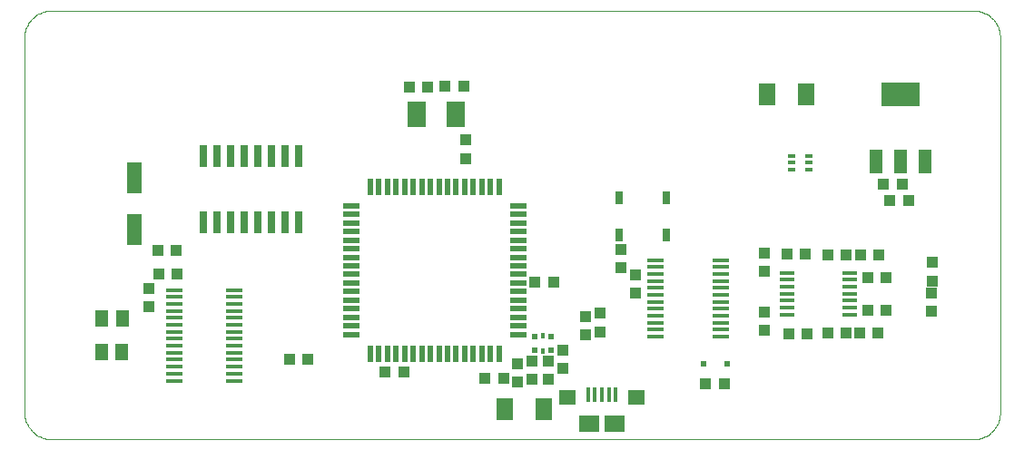
<source format=gtp>
G75*
G70*
%OFA0B0*%
%FSLAX24Y24*%
%IPPOS*%
%LPD*%
%AMOC8*
5,1,8,0,0,1.08239X$1,22.5*
%
%ADD10C,0.0000*%
%ADD11R,0.0591X0.0197*%
%ADD12R,0.0197X0.0591*%
%ADD13R,0.0644X0.0173*%
%ADD14R,0.0551X0.0157*%
%ADD15R,0.0394X0.0433*%
%ADD16R,0.0433X0.0394*%
%ADD17R,0.0669X0.0945*%
%ADD18R,0.0630X0.0551*%
%ADD19R,0.0157X0.0531*%
%ADD20R,0.0748X0.0630*%
%ADD21R,0.0157X0.0197*%
%ADD22R,0.0197X0.0197*%
%ADD23R,0.0591X0.0827*%
%ADD24R,0.0413X0.0425*%
%ADD25R,0.0425X0.0413*%
%ADD26R,0.0630X0.0118*%
%ADD27R,0.0512X0.0591*%
%ADD28R,0.0551X0.1181*%
%ADD29R,0.0260X0.0800*%
%ADD30R,0.0480X0.0880*%
%ADD31R,0.1417X0.0866*%
%ADD32R,0.0276X0.0118*%
%ADD33R,0.0315X0.0472*%
%ADD34R,0.0236X0.0236*%
D10*
X004097Y002109D02*
X004097Y015888D01*
X004099Y015950D01*
X004105Y016011D01*
X004114Y016072D01*
X004128Y016133D01*
X004145Y016192D01*
X004166Y016250D01*
X004191Y016307D01*
X004219Y016362D01*
X004250Y016415D01*
X004285Y016466D01*
X004323Y016515D01*
X004364Y016562D01*
X004407Y016605D01*
X004454Y016646D01*
X004503Y016684D01*
X004554Y016719D01*
X004607Y016750D01*
X004662Y016778D01*
X004719Y016803D01*
X004777Y016824D01*
X004836Y016841D01*
X004897Y016855D01*
X004958Y016864D01*
X005019Y016870D01*
X005081Y016872D01*
X005081Y016873D02*
X038940Y016873D01*
X038940Y016872D02*
X039002Y016870D01*
X039063Y016864D01*
X039124Y016855D01*
X039185Y016841D01*
X039244Y016824D01*
X039302Y016803D01*
X039359Y016778D01*
X039414Y016750D01*
X039467Y016719D01*
X039518Y016684D01*
X039567Y016646D01*
X039614Y016605D01*
X039657Y016562D01*
X039698Y016515D01*
X039736Y016466D01*
X039771Y016415D01*
X039802Y016362D01*
X039830Y016307D01*
X039855Y016250D01*
X039876Y016192D01*
X039893Y016133D01*
X039907Y016072D01*
X039916Y016011D01*
X039922Y015950D01*
X039924Y015888D01*
X039924Y002109D01*
X039922Y002047D01*
X039916Y001986D01*
X039907Y001925D01*
X039893Y001864D01*
X039876Y001805D01*
X039855Y001747D01*
X039830Y001690D01*
X039802Y001635D01*
X039771Y001582D01*
X039736Y001531D01*
X039698Y001482D01*
X039657Y001435D01*
X039614Y001392D01*
X039567Y001351D01*
X039518Y001313D01*
X039467Y001278D01*
X039414Y001247D01*
X039359Y001219D01*
X039302Y001194D01*
X039244Y001173D01*
X039185Y001156D01*
X039124Y001142D01*
X039063Y001133D01*
X039002Y001127D01*
X038940Y001125D01*
X005081Y001125D01*
X005019Y001127D01*
X004958Y001133D01*
X004897Y001142D01*
X004836Y001156D01*
X004777Y001173D01*
X004719Y001194D01*
X004662Y001219D01*
X004607Y001247D01*
X004554Y001278D01*
X004503Y001313D01*
X004454Y001351D01*
X004407Y001392D01*
X004364Y001435D01*
X004323Y001482D01*
X004285Y001531D01*
X004250Y001582D01*
X004219Y001635D01*
X004191Y001690D01*
X004166Y001747D01*
X004145Y001805D01*
X004128Y001864D01*
X004114Y001925D01*
X004105Y001986D01*
X004099Y002047D01*
X004097Y002109D01*
D11*
X016093Y004979D03*
X016093Y005294D03*
X016093Y005609D03*
X016093Y005924D03*
X016093Y006239D03*
X016093Y006554D03*
X016093Y006869D03*
X016093Y007184D03*
X016093Y007499D03*
X016093Y007814D03*
X016093Y008129D03*
X016093Y008443D03*
X016093Y008758D03*
X016093Y009073D03*
X016093Y009388D03*
X016093Y009703D03*
X022235Y009703D03*
X022235Y009388D03*
X022235Y009073D03*
X022235Y008758D03*
X022235Y008443D03*
X022235Y008129D03*
X022235Y007814D03*
X022235Y007499D03*
X022235Y007184D03*
X022235Y006869D03*
X022235Y006554D03*
X022235Y006239D03*
X022235Y005924D03*
X022235Y005609D03*
X022235Y005294D03*
X022235Y004979D03*
D12*
X021526Y004270D03*
X021211Y004270D03*
X020896Y004270D03*
X020581Y004270D03*
X020266Y004270D03*
X019951Y004270D03*
X019636Y004270D03*
X019321Y004270D03*
X019006Y004270D03*
X018691Y004270D03*
X018377Y004270D03*
X018062Y004270D03*
X017747Y004270D03*
X017432Y004270D03*
X017117Y004270D03*
X016802Y004270D03*
X016802Y010412D03*
X017117Y010412D03*
X017432Y010412D03*
X017747Y010412D03*
X018062Y010412D03*
X018377Y010412D03*
X018691Y010412D03*
X019006Y010412D03*
X019321Y010412D03*
X019636Y010412D03*
X019951Y010412D03*
X020266Y010412D03*
X020581Y010412D03*
X020896Y010412D03*
X021211Y010412D03*
X021526Y010412D03*
D13*
X027274Y007709D03*
X027274Y007453D03*
X027274Y007197D03*
X027274Y006941D03*
X027274Y006686D03*
X027274Y006430D03*
X027274Y006174D03*
X027274Y005918D03*
X027274Y005662D03*
X027274Y005406D03*
X027274Y005150D03*
X027274Y004894D03*
X029676Y004894D03*
X029676Y005150D03*
X029676Y005406D03*
X029676Y005662D03*
X029676Y005918D03*
X029676Y006174D03*
X029676Y006430D03*
X029676Y006686D03*
X029676Y006941D03*
X029676Y007197D03*
X029676Y007453D03*
X029676Y007709D03*
D14*
X032093Y007247D03*
X032093Y006991D03*
X032093Y006735D03*
X032093Y006479D03*
X032093Y006223D03*
X032093Y005967D03*
X032093Y005711D03*
X034416Y005711D03*
X034416Y005967D03*
X034416Y006223D03*
X034416Y006479D03*
X034416Y006735D03*
X034416Y006991D03*
X034416Y007247D03*
D15*
X035058Y007062D03*
X035727Y007062D03*
X035463Y007912D03*
X034794Y007912D03*
X034262Y007900D03*
X033593Y007900D03*
X032778Y007940D03*
X032109Y007940D03*
X035066Y005861D03*
X035735Y005861D03*
X035451Y005018D03*
X034782Y005018D03*
X034262Y005018D03*
X033593Y005018D03*
X032825Y004999D03*
X032156Y004999D03*
X029786Y003172D03*
X029117Y003172D03*
X014510Y004058D03*
X013841Y004058D03*
X008684Y006006D03*
X008684Y006676D03*
D16*
X009038Y007188D03*
X009707Y007188D03*
X009668Y008073D03*
X008999Y008073D03*
X022739Y003999D03*
X023329Y003999D03*
X023861Y003743D03*
X023329Y003329D03*
X022739Y003329D03*
X023861Y004412D03*
X024707Y004963D03*
X025239Y005081D03*
X024707Y005632D03*
X025239Y005751D03*
X026006Y007424D03*
X026006Y008093D03*
X031278Y007979D03*
X031278Y007310D03*
X031254Y005814D03*
X031254Y005144D03*
D17*
X019943Y013073D03*
X018487Y013073D03*
D18*
X024038Y002660D03*
X026558Y002660D03*
D19*
X025810Y002758D03*
X025554Y002758D03*
X025298Y002758D03*
X025042Y002758D03*
X024786Y002758D03*
D20*
X024825Y001695D03*
X025770Y001695D03*
D21*
X023132Y004353D03*
X023132Y004943D03*
D22*
X022837Y004904D03*
X022837Y004392D03*
X023428Y004392D03*
X023428Y004904D03*
D23*
X023152Y002247D03*
X021735Y002247D03*
X031380Y013782D03*
X032798Y013782D03*
D24*
X035642Y010514D03*
X036331Y010514D03*
X036567Y009904D03*
X035879Y009904D03*
X023536Y006892D03*
X022847Y006892D03*
X018024Y003605D03*
X017335Y003605D03*
X021016Y003349D03*
X021705Y003349D03*
X018910Y014058D03*
X019540Y014097D03*
X020229Y014097D03*
X018221Y014058D03*
D25*
X020298Y012119D03*
X020298Y011430D03*
X026538Y007178D03*
X026538Y006489D03*
X022188Y003910D03*
X022188Y003221D03*
X037404Y005819D03*
X037404Y006508D03*
X037424Y006941D03*
X037424Y007630D03*
D26*
X011814Y006607D03*
X011814Y006351D03*
X011814Y006095D03*
X011814Y005839D03*
X011814Y005583D03*
X011814Y005327D03*
X011814Y005071D03*
X011814Y004816D03*
X011814Y004560D03*
X011814Y004304D03*
X011814Y004048D03*
X011814Y003792D03*
X011814Y003536D03*
X011814Y003280D03*
X009609Y003280D03*
X009609Y003536D03*
X009609Y003792D03*
X009609Y004048D03*
X009609Y004304D03*
X009609Y004560D03*
X009609Y004816D03*
X009609Y005071D03*
X009609Y005327D03*
X009609Y005583D03*
X009609Y005839D03*
X009609Y006095D03*
X009609Y006351D03*
X009609Y006607D03*
D27*
X007699Y005554D03*
X006951Y005554D03*
X006932Y004333D03*
X007680Y004333D03*
D28*
X008132Y008841D03*
X008132Y010731D03*
D29*
X010674Y011527D03*
X011174Y011527D03*
X011674Y011527D03*
X012174Y011527D03*
X012674Y011527D03*
X013174Y011527D03*
X013674Y011527D03*
X014174Y011527D03*
X014174Y009107D03*
X013674Y009107D03*
X013174Y009107D03*
X012674Y009107D03*
X012174Y009107D03*
X011674Y009107D03*
X011174Y009107D03*
X010674Y009107D03*
D30*
X035352Y011342D03*
X036262Y011342D03*
X037172Y011342D03*
D31*
X036262Y013782D03*
D32*
X032896Y011538D03*
X032266Y011538D03*
X032266Y011282D03*
X032266Y011026D03*
X032896Y011026D03*
X032896Y011282D03*
D33*
X027670Y010003D03*
X025918Y010003D03*
X025918Y008625D03*
X027670Y008625D03*
D34*
X029038Y003900D03*
X029904Y003900D03*
M02*

</source>
